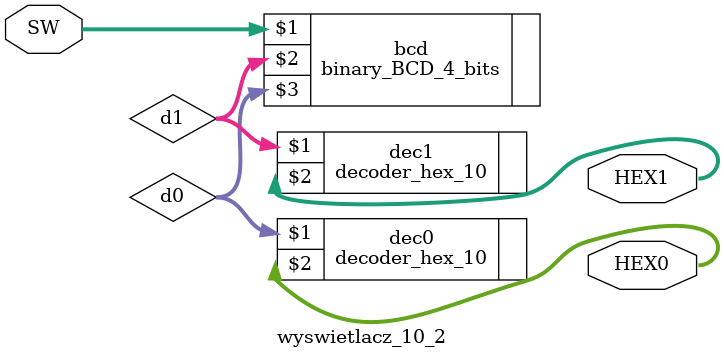
<source format=v>
module wyswietlacz_10_2(input [3:0]SW,
output [6:0]HEX0,output [6:0]HEX1);
wire [3:0]d0;
wire [3:0]d1;
binary_BCD_4_bits bcd(SW[3:0],d1[3:0],d0[3:0]);
decoder_hex_10 dec0(d0[3:0],HEX0[6:0]);
decoder_hex_10 dec1(d1[3:0],HEX1[6:0]);
endmodule
</source>
